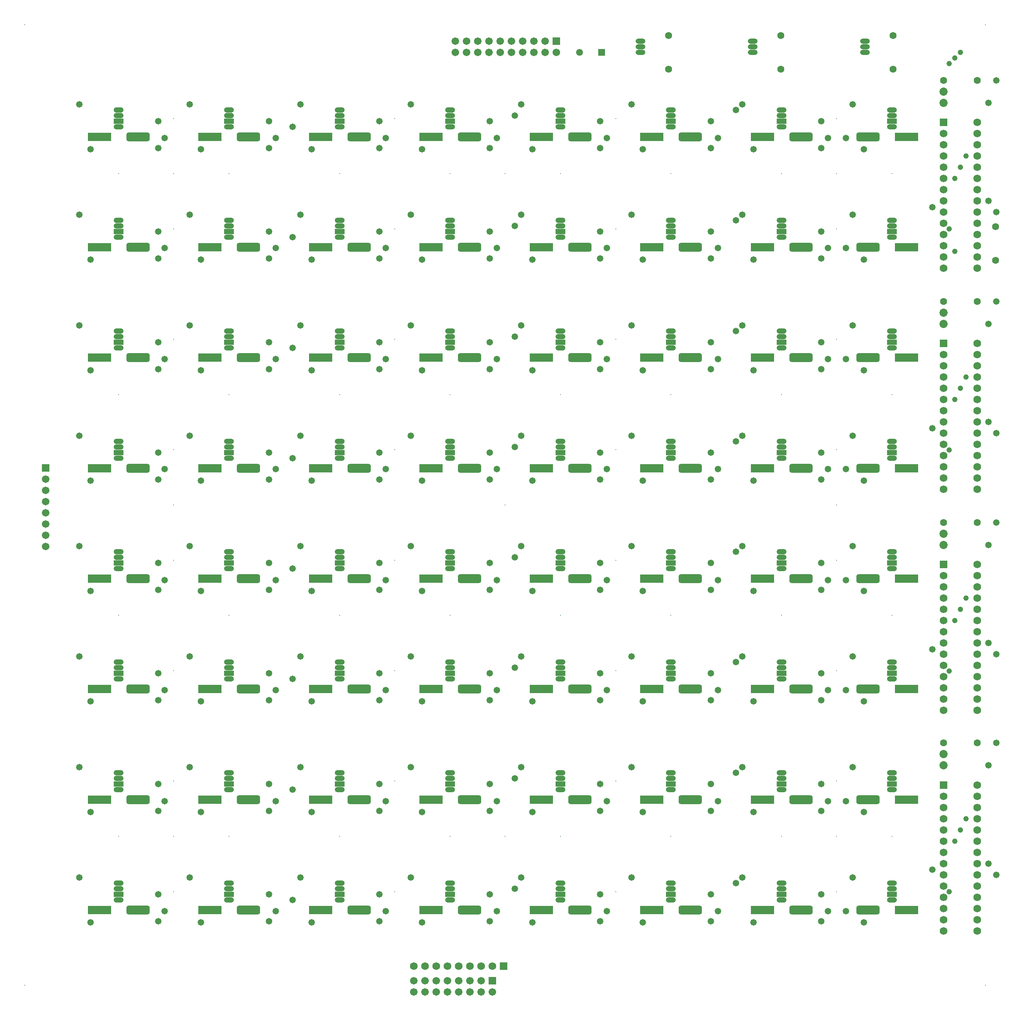
<source format=gts>
%FSAX23Y23*%
%MOIN*%
G70*
G01*
G75*
G04 Layer_Color=8388736*
G04:AMPARAMS|DCode=10|XSize=200mil|YSize=70mil|CornerRadius=18mil|HoleSize=0mil|Usage=FLASHONLY|Rotation=180.000|XOffset=0mil|YOffset=0mil|HoleType=Round|Shape=RoundedRectangle|*
%AMROUNDEDRECTD10*
21,1,0.200,0.035,0,0,180.0*
21,1,0.165,0.070,0,0,180.0*
1,1,0.035,-0.083,0.018*
1,1,0.035,0.083,0.018*
1,1,0.035,0.083,-0.018*
1,1,0.035,-0.083,-0.018*
%
%ADD10ROUNDEDRECTD10*%
%ADD11R,0.200X0.070*%
%ADD12C,0.030*%
%ADD13C,0.050*%
%ADD14C,0.020*%
%ADD15C,0.059*%
%ADD16R,0.059X0.059*%
%ADD17C,0.053*%
%ADD18R,0.053X0.053*%
%ADD19C,0.050*%
%ADD20O,0.080X0.040*%
%ADD21R,0.080X0.040*%
%ADD22C,0.055*%
%ADD23O,0.079X0.039*%
%ADD24O,0.079X0.039*%
%ADD25C,0.060*%
%ADD26R,0.060X0.060*%
%ADD27R,0.059X0.059*%
%ADD28R,0.060X0.060*%
%ADD29C,0.065*%
%ADD30C,0.040*%
%ADD31R,0.010X0.010*%
%ADD32C,0.008*%
%ADD33C,0.010*%
%ADD34C,0.020*%
%ADD35C,0.012*%
%ADD36C,0.008*%
%ADD37C,0.006*%
G04:AMPARAMS|DCode=38|XSize=208mil|YSize=78mil|CornerRadius=20mil|HoleSize=0mil|Usage=FLASHONLY|Rotation=180.000|XOffset=0mil|YOffset=0mil|HoleType=Round|Shape=RoundedRectangle|*
%AMROUNDEDRECTD38*
21,1,0.208,0.039,0,0,180.0*
21,1,0.169,0.078,0,0,180.0*
1,1,0.039,-0.085,0.020*
1,1,0.039,0.085,0.020*
1,1,0.039,0.085,-0.020*
1,1,0.039,-0.085,-0.020*
%
%ADD38ROUNDEDRECTD38*%
%ADD39R,0.208X0.078*%
%ADD40C,0.067*%
%ADD41R,0.067X0.067*%
%ADD42C,0.061*%
%ADD43R,0.061X0.061*%
%ADD44C,0.008*%
%ADD45C,0.058*%
%ADD46O,0.088X0.048*%
%ADD47R,0.088X0.048*%
%ADD48C,0.063*%
%ADD49O,0.087X0.047*%
%ADD50O,0.087X0.047*%
%ADD51C,0.068*%
%ADD52R,0.068X0.068*%
%ADD53R,0.067X0.067*%
%ADD54R,0.068X0.068*%
%ADD55C,0.073*%
%ADD56C,0.048*%
D38*
X09476Y03561D02*
D03*
Y10451D02*
D03*
X08880Y10451D02*
D03*
X07895D02*
D03*
X06911D02*
D03*
X05927D02*
D03*
X04943D02*
D03*
X03958D02*
D03*
X02974D02*
D03*
X09476Y09467D02*
D03*
X08880Y09467D02*
D03*
X07895D02*
D03*
X06911D02*
D03*
X05927D02*
D03*
X04943D02*
D03*
X03958D02*
D03*
X02974D02*
D03*
X09476Y08482D02*
D03*
X08880Y08482D02*
D03*
X07895D02*
D03*
X06911D02*
D03*
X05927D02*
D03*
X04943D02*
D03*
X03958D02*
D03*
X02974D02*
D03*
X09476Y07498D02*
D03*
X08880Y07498D02*
D03*
X07895D02*
D03*
X06911D02*
D03*
X05927D02*
D03*
X04943D02*
D03*
X03958D02*
D03*
X02974D02*
D03*
X09476Y06514D02*
D03*
X08880Y06514D02*
D03*
X07895D02*
D03*
X06911D02*
D03*
X05927D02*
D03*
X04943D02*
D03*
X03958D02*
D03*
X02974D02*
D03*
X09476Y05530D02*
D03*
X08880Y05530D02*
D03*
X07895D02*
D03*
X06911D02*
D03*
X05927D02*
D03*
X04943D02*
D03*
X03958D02*
D03*
X02974D02*
D03*
X09476Y04545D02*
D03*
X08880D02*
D03*
X07895D02*
D03*
X06911D02*
D03*
X05927D02*
D03*
X04943D02*
D03*
X03958D02*
D03*
X02974D02*
D03*
X08880Y03561D02*
D03*
X07895D02*
D03*
X06911D02*
D03*
X05927D02*
D03*
X04943D02*
D03*
X03958D02*
D03*
X02974D02*
D03*
D39*
X09819D02*
D03*
Y10451D02*
D03*
X08537Y10451D02*
D03*
X07552D02*
D03*
X06568D02*
D03*
X05584D02*
D03*
X04600D02*
D03*
X03615D02*
D03*
X02631D02*
D03*
X09819Y09467D02*
D03*
X08537Y09467D02*
D03*
X07552D02*
D03*
X06568D02*
D03*
X05584D02*
D03*
X04600D02*
D03*
X03615D02*
D03*
X02631D02*
D03*
X09819Y08482D02*
D03*
X08537Y08482D02*
D03*
X07552D02*
D03*
X06568D02*
D03*
X05584D02*
D03*
X04600D02*
D03*
X03615D02*
D03*
X02631D02*
D03*
X09819Y07498D02*
D03*
X08537Y07498D02*
D03*
X07552D02*
D03*
X06568D02*
D03*
X05584D02*
D03*
X04600D02*
D03*
X03615D02*
D03*
X02631D02*
D03*
X09819Y06514D02*
D03*
X08537Y06514D02*
D03*
X07552D02*
D03*
X06568D02*
D03*
X05584D02*
D03*
X04600D02*
D03*
X03615D02*
D03*
X02631D02*
D03*
X09819Y05530D02*
D03*
X08537Y05530D02*
D03*
X07552D02*
D03*
X06568D02*
D03*
X05584D02*
D03*
X04600D02*
D03*
X03615D02*
D03*
X02631D02*
D03*
X09819Y04545D02*
D03*
X08537D02*
D03*
X07552D02*
D03*
X06568D02*
D03*
X05584D02*
D03*
X04600D02*
D03*
X03615D02*
D03*
X02631D02*
D03*
X08537Y03561D02*
D03*
X07552D02*
D03*
X06568D02*
D03*
X05584D02*
D03*
X04600D02*
D03*
X03615D02*
D03*
X02631D02*
D03*
D40*
X05430Y02830D02*
D03*
X05530D02*
D03*
X05630D02*
D03*
X05730D02*
D03*
X05830D02*
D03*
X05930D02*
D03*
X06030D02*
D03*
X06130D02*
D03*
X05430Y02930D02*
D03*
X05530D02*
D03*
X05630D02*
D03*
X05730D02*
D03*
X05830D02*
D03*
X05930D02*
D03*
X06030D02*
D03*
X05800Y11205D02*
D03*
X05900D02*
D03*
X06000D02*
D03*
X06100D02*
D03*
X06200D02*
D03*
X06300D02*
D03*
X06400D02*
D03*
X06500D02*
D03*
X06600D02*
D03*
X06700D02*
D03*
X05800Y11305D02*
D03*
X05900D02*
D03*
X06000D02*
D03*
X06100D02*
D03*
X06200D02*
D03*
X06300D02*
D03*
X06400D02*
D03*
X06500D02*
D03*
X06600D02*
D03*
X02150Y07400D02*
D03*
Y07300D02*
D03*
Y07200D02*
D03*
Y07100D02*
D03*
Y07000D02*
D03*
Y06900D02*
D03*
Y06800D02*
D03*
D41*
X06130Y02930D02*
D03*
X06700Y11305D02*
D03*
D42*
X06907Y11205D02*
D03*
D43*
X07103Y11205D02*
D03*
D44*
X01965Y11450D02*
D03*
X10525D02*
D03*
Y02890D02*
D03*
X01965D02*
D03*
X03292Y10123D02*
D03*
X06245D02*
D03*
X09198D02*
D03*
X03292Y07170D02*
D03*
X06245D02*
D03*
X09198D02*
D03*
X06245Y04217D02*
D03*
X09198D02*
D03*
X03292D02*
D03*
X02800D02*
D03*
X08706Y10123D02*
D03*
X06737D02*
D03*
X02800Y10123D02*
D03*
X03784D02*
D03*
X04769D02*
D03*
X05753D02*
D03*
X07721D02*
D03*
X09690D02*
D03*
X08706Y08154D02*
D03*
X06737D02*
D03*
X02800Y08154D02*
D03*
X03784D02*
D03*
X04769D02*
D03*
X05753D02*
D03*
X07721D02*
D03*
X09690D02*
D03*
X08706Y06186D02*
D03*
X06737D02*
D03*
X02800Y06186D02*
D03*
X03784D02*
D03*
X04769D02*
D03*
X05753D02*
D03*
X07721D02*
D03*
X09690D02*
D03*
X08706Y04217D02*
D03*
X06737D02*
D03*
X04769D02*
D03*
X03784Y04217D02*
D03*
X05753D02*
D03*
X07721D02*
D03*
X09690D02*
D03*
X03292Y10615D02*
D03*
X05261D02*
D03*
X07229D02*
D03*
X09198D02*
D03*
X03292Y09631D02*
D03*
X05261D02*
D03*
X07229D02*
D03*
X09198D02*
D03*
X03292Y08646D02*
D03*
X05261D02*
D03*
X07229D02*
D03*
X09198D02*
D03*
X03292Y07662D02*
D03*
X05261D02*
D03*
X07229D02*
D03*
X09198D02*
D03*
X03292Y06678D02*
D03*
X05261D02*
D03*
X07229D02*
D03*
X09198D02*
D03*
X03292Y05694D02*
D03*
X05261D02*
D03*
X07229D02*
D03*
X09198D02*
D03*
X03292Y04709D02*
D03*
X05261D02*
D03*
X07229D02*
D03*
X09198D02*
D03*
X05261Y03725D02*
D03*
X07229D02*
D03*
X09198D02*
D03*
X03292D02*
D03*
D45*
X09440Y10340D02*
D03*
X08456D02*
D03*
X07471D02*
D03*
X06487D02*
D03*
X05503D02*
D03*
X04519D02*
D03*
X03534D02*
D03*
X02550D02*
D03*
X09440Y09356D02*
D03*
X08456D02*
D03*
X07471D02*
D03*
X06487D02*
D03*
X05503D02*
D03*
X04519D02*
D03*
X03534D02*
D03*
X02550D02*
D03*
X09440Y08371D02*
D03*
X08456D02*
D03*
X07471D02*
D03*
X06487D02*
D03*
X05503D02*
D03*
X04519D02*
D03*
X03534D02*
D03*
X02550D02*
D03*
X09440Y07387D02*
D03*
X08456D02*
D03*
X07471D02*
D03*
X06487D02*
D03*
X05503D02*
D03*
X04519D02*
D03*
X03534D02*
D03*
X02550D02*
D03*
X09440Y06403D02*
D03*
X08456D02*
D03*
X07471D02*
D03*
X06487D02*
D03*
X05503D02*
D03*
X04519D02*
D03*
X03534D02*
D03*
X02550D02*
D03*
X09440Y05419D02*
D03*
X08456D02*
D03*
X07471D02*
D03*
X06487D02*
D03*
X05503D02*
D03*
X04519D02*
D03*
X03534D02*
D03*
X02550D02*
D03*
X09440Y04434D02*
D03*
X08456D02*
D03*
X07471D02*
D03*
X06487D02*
D03*
X05503D02*
D03*
X04519D02*
D03*
X03534D02*
D03*
X02550D02*
D03*
X09440Y03450D02*
D03*
X08456D02*
D03*
X07471D02*
D03*
X06487D02*
D03*
X05503D02*
D03*
X04519D02*
D03*
X03534D02*
D03*
X02550D02*
D03*
X05123Y03700D02*
D03*
X09060Y03460D02*
D03*
Y03700D02*
D03*
X08076Y03460D02*
D03*
Y03700D02*
D03*
X07091Y03460D02*
D03*
Y03700D02*
D03*
X06107Y03460D02*
D03*
X05123D02*
D03*
X04139D02*
D03*
Y03700D02*
D03*
X03154Y03460D02*
D03*
Y03700D02*
D03*
Y04444D02*
D03*
Y04684D02*
D03*
X04139Y04444D02*
D03*
Y04684D02*
D03*
X05123Y04444D02*
D03*
Y04684D02*
D03*
X06107Y04444D02*
D03*
Y04684D02*
D03*
X07091D02*
D03*
Y04444D02*
D03*
X08076Y04684D02*
D03*
Y04444D02*
D03*
X09060Y04684D02*
D03*
Y04444D02*
D03*
Y05669D02*
D03*
Y05429D02*
D03*
X08076Y05669D02*
D03*
Y05429D02*
D03*
X07091Y05669D02*
D03*
Y05429D02*
D03*
X06107Y05669D02*
D03*
Y05429D02*
D03*
X05123Y05669D02*
D03*
Y05429D02*
D03*
X04139Y05669D02*
D03*
Y05429D02*
D03*
X03154Y05669D02*
D03*
Y05429D02*
D03*
Y06653D02*
D03*
Y06413D02*
D03*
X04139Y06653D02*
D03*
Y06413D02*
D03*
X05123Y06653D02*
D03*
Y06413D02*
D03*
X06107Y06653D02*
D03*
Y06413D02*
D03*
X07091Y06653D02*
D03*
Y06413D02*
D03*
X08076Y06653D02*
D03*
Y06413D02*
D03*
X09060Y06653D02*
D03*
Y06413D02*
D03*
Y07637D02*
D03*
Y07397D02*
D03*
X08076Y07637D02*
D03*
Y07397D02*
D03*
X07091Y07637D02*
D03*
Y07397D02*
D03*
X06107Y07637D02*
D03*
Y07397D02*
D03*
X05123Y07637D02*
D03*
Y07397D02*
D03*
X04139Y07637D02*
D03*
Y07397D02*
D03*
X03154Y07637D02*
D03*
Y07397D02*
D03*
Y08621D02*
D03*
Y08381D02*
D03*
X04139Y08621D02*
D03*
Y08381D02*
D03*
X05123Y08621D02*
D03*
Y08381D02*
D03*
X06107Y08621D02*
D03*
Y08381D02*
D03*
X07091Y08621D02*
D03*
Y08381D02*
D03*
X08076Y08621D02*
D03*
Y08381D02*
D03*
X09060Y08621D02*
D03*
Y08381D02*
D03*
Y09606D02*
D03*
Y09366D02*
D03*
X08076Y09606D02*
D03*
Y09366D02*
D03*
X07091Y09606D02*
D03*
Y09366D02*
D03*
X06107Y09606D02*
D03*
Y09366D02*
D03*
X05123Y09606D02*
D03*
Y09366D02*
D03*
X04139Y09606D02*
D03*
Y09366D02*
D03*
X03154Y09606D02*
D03*
Y09366D02*
D03*
Y10590D02*
D03*
Y10350D02*
D03*
X04139Y10590D02*
D03*
Y10350D02*
D03*
X05123Y10590D02*
D03*
Y10350D02*
D03*
X06107Y10590D02*
D03*
Y10350D02*
D03*
X07091Y10590D02*
D03*
Y10350D02*
D03*
X08076Y10590D02*
D03*
Y10350D02*
D03*
X09060D02*
D03*
Y10590D02*
D03*
X09340Y10740D02*
D03*
X08356D02*
D03*
X07371D02*
D03*
X06387D02*
D03*
X05403D02*
D03*
X04419D02*
D03*
X03434D02*
D03*
X02450D02*
D03*
X09340Y09756D02*
D03*
X08356D02*
D03*
X07371D02*
D03*
X06387D02*
D03*
X05403D02*
D03*
X04419D02*
D03*
X03434D02*
D03*
X02450D02*
D03*
X09340Y08771D02*
D03*
X08356D02*
D03*
X07371D02*
D03*
X06387D02*
D03*
X05403D02*
D03*
X04419D02*
D03*
X03434D02*
D03*
X02450D02*
D03*
X09340Y07787D02*
D03*
X08356D02*
D03*
X07371D02*
D03*
X06387D02*
D03*
X05403D02*
D03*
X04419D02*
D03*
X03434D02*
D03*
X02450D02*
D03*
X09340Y06803D02*
D03*
X08356D02*
D03*
X07371D02*
D03*
X06387D02*
D03*
X05403D02*
D03*
X04419D02*
D03*
X03434D02*
D03*
X02450D02*
D03*
X09340Y05819D02*
D03*
X08356D02*
D03*
X07371D02*
D03*
X06387D02*
D03*
X05403D02*
D03*
X04419D02*
D03*
X03434D02*
D03*
X02450D02*
D03*
X09340Y04834D02*
D03*
X08356D02*
D03*
X07371D02*
D03*
X06387D02*
D03*
X05403D02*
D03*
X04419D02*
D03*
X03434D02*
D03*
X02450D02*
D03*
X09340Y03850D02*
D03*
X08356D02*
D03*
X07371D02*
D03*
X06387D02*
D03*
X05403D02*
D03*
X04419D02*
D03*
X03434D02*
D03*
X02450D02*
D03*
X03210Y03550D02*
D03*
Y10440D02*
D03*
Y09460D02*
D03*
Y08470D02*
D03*
Y07490D02*
D03*
Y06500D02*
D03*
Y05520D02*
D03*
Y04530D02*
D03*
X04200D02*
D03*
Y05520D02*
D03*
Y06500D02*
D03*
Y07490D02*
D03*
Y08470D02*
D03*
Y09460D02*
D03*
Y10440D02*
D03*
X05180Y04530D02*
D03*
Y06500D02*
D03*
Y07490D02*
D03*
Y08470D02*
D03*
Y09460D02*
D03*
Y10440D02*
D03*
X06170Y04530D02*
D03*
Y05520D02*
D03*
Y06500D02*
D03*
Y07490D02*
D03*
Y08470D02*
D03*
Y09460D02*
D03*
Y10440D02*
D03*
Y03550D02*
D03*
X08140Y04530D02*
D03*
Y05520D02*
D03*
Y06500D02*
D03*
Y07490D02*
D03*
Y08470D02*
D03*
Y09460D02*
D03*
Y10440D02*
D03*
Y03550D02*
D03*
X09120Y04530D02*
D03*
Y05520D02*
D03*
Y06500D02*
D03*
Y07490D02*
D03*
Y08470D02*
D03*
Y09460D02*
D03*
Y10440D02*
D03*
Y03550D02*
D03*
X05180Y05520D02*
D03*
Y03550D02*
D03*
X04200D02*
D03*
X07150D02*
D03*
Y04530D02*
D03*
Y07490D02*
D03*
Y10440D02*
D03*
Y05520D02*
D03*
Y06500D02*
D03*
Y08470D02*
D03*
Y09460D02*
D03*
X09280Y10440D02*
D03*
Y09460D02*
D03*
Y08470D02*
D03*
Y07490D02*
D03*
Y06500D02*
D03*
Y05520D02*
D03*
Y04530D02*
D03*
Y03550D02*
D03*
X04350Y03650D02*
D03*
Y04634D02*
D03*
Y05619D02*
D03*
Y06603D02*
D03*
Y07587D02*
D03*
Y08571D02*
D03*
Y09556D02*
D03*
Y10540D02*
D03*
X06331Y10640D02*
D03*
Y09656D02*
D03*
Y08671D02*
D03*
Y07687D02*
D03*
Y06703D02*
D03*
Y05719D02*
D03*
Y04734D02*
D03*
Y03750D02*
D03*
X08300Y10690D02*
D03*
Y09706D02*
D03*
Y08721D02*
D03*
Y07737D02*
D03*
Y06753D02*
D03*
Y05769D02*
D03*
Y04784D02*
D03*
Y03800D02*
D03*
X10550Y09880D02*
D03*
Y10755D02*
D03*
Y08785D02*
D03*
Y07910D02*
D03*
Y06814D02*
D03*
Y04850D02*
D03*
Y03975D02*
D03*
X10620Y10955D02*
D03*
Y09780D02*
D03*
Y07810D02*
D03*
Y08985D02*
D03*
Y05840D02*
D03*
Y07015D02*
D03*
X10550Y05940D02*
D03*
X10620Y03875D02*
D03*
Y05050D02*
D03*
X10050Y09825D02*
D03*
Y07855D02*
D03*
Y03920D02*
D03*
Y05885D02*
D03*
X06107Y03700D02*
D03*
D46*
X09690Y10540D02*
D03*
Y10640D02*
D03*
Y10690D02*
D03*
X08706D02*
D03*
Y10640D02*
D03*
Y10540D02*
D03*
X07721D02*
D03*
Y10640D02*
D03*
Y10690D02*
D03*
X06737D02*
D03*
Y10640D02*
D03*
Y10540D02*
D03*
X05753D02*
D03*
Y10640D02*
D03*
Y10690D02*
D03*
X04769D02*
D03*
Y10640D02*
D03*
Y10540D02*
D03*
X03784D02*
D03*
Y10640D02*
D03*
Y10690D02*
D03*
X02800D02*
D03*
Y10640D02*
D03*
Y10540D02*
D03*
X09690Y09556D02*
D03*
Y09656D02*
D03*
Y09706D02*
D03*
X08706D02*
D03*
Y09656D02*
D03*
Y09556D02*
D03*
X07721D02*
D03*
Y09656D02*
D03*
Y09706D02*
D03*
X06737D02*
D03*
Y09656D02*
D03*
Y09556D02*
D03*
X05753D02*
D03*
Y09656D02*
D03*
Y09706D02*
D03*
X04769D02*
D03*
Y09656D02*
D03*
Y09556D02*
D03*
X03784D02*
D03*
Y09656D02*
D03*
Y09706D02*
D03*
X02800D02*
D03*
Y09656D02*
D03*
Y09556D02*
D03*
X09690Y08571D02*
D03*
Y08671D02*
D03*
Y08721D02*
D03*
X08706D02*
D03*
Y08671D02*
D03*
Y08571D02*
D03*
X07721D02*
D03*
Y08671D02*
D03*
Y08721D02*
D03*
X06737D02*
D03*
Y08671D02*
D03*
Y08571D02*
D03*
X05753D02*
D03*
Y08671D02*
D03*
Y08721D02*
D03*
X04769D02*
D03*
Y08671D02*
D03*
Y08571D02*
D03*
X03784D02*
D03*
Y08671D02*
D03*
Y08721D02*
D03*
X02800D02*
D03*
Y08671D02*
D03*
Y08571D02*
D03*
X09690Y07587D02*
D03*
Y07687D02*
D03*
Y07737D02*
D03*
X08706D02*
D03*
Y07687D02*
D03*
Y07587D02*
D03*
X07721D02*
D03*
Y07687D02*
D03*
Y07737D02*
D03*
X06737D02*
D03*
Y07687D02*
D03*
Y07587D02*
D03*
X05753D02*
D03*
Y07687D02*
D03*
Y07737D02*
D03*
X04769D02*
D03*
Y07687D02*
D03*
Y07587D02*
D03*
X03784D02*
D03*
Y07687D02*
D03*
Y07737D02*
D03*
X02800D02*
D03*
Y07687D02*
D03*
Y07587D02*
D03*
X09690Y06603D02*
D03*
Y06703D02*
D03*
Y06753D02*
D03*
X08706D02*
D03*
Y06703D02*
D03*
Y06603D02*
D03*
X07721D02*
D03*
Y06703D02*
D03*
Y06753D02*
D03*
X06737D02*
D03*
Y06703D02*
D03*
Y06603D02*
D03*
X05753D02*
D03*
Y06703D02*
D03*
Y06753D02*
D03*
X04769D02*
D03*
Y06703D02*
D03*
Y06603D02*
D03*
X03784D02*
D03*
Y06703D02*
D03*
Y06753D02*
D03*
X02800D02*
D03*
Y06703D02*
D03*
Y06603D02*
D03*
X09690Y05619D02*
D03*
Y05719D02*
D03*
Y05769D02*
D03*
X08706D02*
D03*
Y05719D02*
D03*
Y05619D02*
D03*
X07721D02*
D03*
Y05719D02*
D03*
Y05769D02*
D03*
X06737D02*
D03*
Y05719D02*
D03*
Y05619D02*
D03*
X05753D02*
D03*
Y05719D02*
D03*
Y05769D02*
D03*
X04769D02*
D03*
Y05719D02*
D03*
Y05619D02*
D03*
X03784D02*
D03*
Y05719D02*
D03*
Y05769D02*
D03*
X02800D02*
D03*
Y05719D02*
D03*
Y05619D02*
D03*
X09690Y04634D02*
D03*
Y04734D02*
D03*
Y04784D02*
D03*
X08706D02*
D03*
Y04734D02*
D03*
Y04634D02*
D03*
X07721D02*
D03*
Y04734D02*
D03*
Y04784D02*
D03*
X06737D02*
D03*
Y04734D02*
D03*
Y04634D02*
D03*
X05753D02*
D03*
Y04734D02*
D03*
Y04784D02*
D03*
X04769D02*
D03*
Y04734D02*
D03*
Y04634D02*
D03*
X03784D02*
D03*
Y04734D02*
D03*
Y04784D02*
D03*
X02800D02*
D03*
Y04734D02*
D03*
Y04634D02*
D03*
X09690Y03650D02*
D03*
Y03750D02*
D03*
Y03800D02*
D03*
X08706D02*
D03*
Y03750D02*
D03*
Y03650D02*
D03*
X07721D02*
D03*
Y03750D02*
D03*
Y03800D02*
D03*
X06737D02*
D03*
Y03750D02*
D03*
Y03650D02*
D03*
X05753D02*
D03*
Y03750D02*
D03*
Y03800D02*
D03*
X04769D02*
D03*
Y03750D02*
D03*
Y03650D02*
D03*
X03784D02*
D03*
Y03750D02*
D03*
Y03800D02*
D03*
X02800D02*
D03*
Y03750D02*
D03*
Y03650D02*
D03*
D47*
X09690Y10590D02*
D03*
X08706D02*
D03*
X07721D02*
D03*
X06737D02*
D03*
X05753D02*
D03*
X04769D02*
D03*
X03784D02*
D03*
X02800D02*
D03*
X09690Y09606D02*
D03*
X08706D02*
D03*
X07721D02*
D03*
X06737D02*
D03*
X05753D02*
D03*
X04769D02*
D03*
X03784D02*
D03*
X02800D02*
D03*
X09690Y08621D02*
D03*
X08706D02*
D03*
X07721D02*
D03*
X06737D02*
D03*
X05753D02*
D03*
X04769D02*
D03*
X03784D02*
D03*
X02800D02*
D03*
X09690Y07637D02*
D03*
X08706D02*
D03*
X07721D02*
D03*
X06737D02*
D03*
X05753D02*
D03*
X04769D02*
D03*
X03784D02*
D03*
X02800D02*
D03*
X09690Y06653D02*
D03*
X08706D02*
D03*
X07721D02*
D03*
X06737D02*
D03*
X05753D02*
D03*
X04769D02*
D03*
X03784D02*
D03*
X02800D02*
D03*
X09690Y05669D02*
D03*
X08706D02*
D03*
X07721D02*
D03*
X06737D02*
D03*
X05753D02*
D03*
X04769D02*
D03*
X03784D02*
D03*
X02800D02*
D03*
X09690Y04684D02*
D03*
X08706D02*
D03*
X07721D02*
D03*
X06737D02*
D03*
X05753D02*
D03*
X04769D02*
D03*
X03784D02*
D03*
X02800D02*
D03*
X09690Y03700D02*
D03*
X08706D02*
D03*
X07721D02*
D03*
X06737D02*
D03*
X05753D02*
D03*
X04769D02*
D03*
X03784D02*
D03*
X02800D02*
D03*
D48*
X07700Y11055D02*
D03*
Y11355D02*
D03*
X08700Y11055D02*
D03*
Y11355D02*
D03*
X09700Y11055D02*
D03*
Y11355D02*
D03*
X10150Y05050D02*
D03*
X10450D02*
D03*
X10150Y07015D02*
D03*
X10450D02*
D03*
X10150Y08985D02*
D03*
X10450D02*
D03*
X10150Y10955D02*
D03*
X10450D02*
D03*
X10615Y09350D02*
D03*
Y09650D02*
D03*
D49*
X07450Y11205D02*
D03*
Y11305D02*
D03*
X08450Y11205D02*
D03*
Y11305D02*
D03*
X09450Y11205D02*
D03*
Y11305D02*
D03*
D50*
X07450Y11255D02*
D03*
X08450D02*
D03*
X09450D02*
D03*
D51*
X10450Y03375D02*
D03*
Y03475D02*
D03*
Y03575D02*
D03*
Y03675D02*
D03*
Y03775D02*
D03*
Y03875D02*
D03*
Y03975D02*
D03*
Y04075D02*
D03*
Y04175D02*
D03*
Y04275D02*
D03*
Y04375D02*
D03*
Y04475D02*
D03*
Y04575D02*
D03*
Y04675D02*
D03*
X10150Y03375D02*
D03*
Y03475D02*
D03*
Y03575D02*
D03*
Y03675D02*
D03*
Y03775D02*
D03*
Y03875D02*
D03*
Y03975D02*
D03*
Y04075D02*
D03*
Y04175D02*
D03*
Y04275D02*
D03*
Y04375D02*
D03*
Y04475D02*
D03*
Y04575D02*
D03*
X10450Y05340D02*
D03*
Y05440D02*
D03*
Y05540D02*
D03*
Y05640D02*
D03*
Y05740D02*
D03*
Y05840D02*
D03*
Y05940D02*
D03*
Y06040D02*
D03*
Y06140D02*
D03*
Y06240D02*
D03*
Y06340D02*
D03*
Y06440D02*
D03*
Y06540D02*
D03*
Y06640D02*
D03*
X10150Y05340D02*
D03*
Y05440D02*
D03*
Y05540D02*
D03*
Y05640D02*
D03*
Y05740D02*
D03*
Y05840D02*
D03*
Y05940D02*
D03*
Y06040D02*
D03*
Y06140D02*
D03*
Y06240D02*
D03*
Y06340D02*
D03*
Y06440D02*
D03*
Y06540D02*
D03*
X10450Y07310D02*
D03*
Y07410D02*
D03*
Y07510D02*
D03*
Y07610D02*
D03*
Y07710D02*
D03*
Y07810D02*
D03*
Y07910D02*
D03*
Y08010D02*
D03*
Y08110D02*
D03*
Y08210D02*
D03*
Y08310D02*
D03*
Y08410D02*
D03*
Y08510D02*
D03*
Y08610D02*
D03*
X10150Y07310D02*
D03*
Y07410D02*
D03*
Y07510D02*
D03*
Y07610D02*
D03*
Y07710D02*
D03*
Y07810D02*
D03*
Y07910D02*
D03*
Y08010D02*
D03*
Y08110D02*
D03*
Y08210D02*
D03*
Y08310D02*
D03*
Y08410D02*
D03*
Y08510D02*
D03*
X10450Y09280D02*
D03*
Y09380D02*
D03*
Y09480D02*
D03*
Y09580D02*
D03*
Y09680D02*
D03*
Y09780D02*
D03*
Y09880D02*
D03*
Y09980D02*
D03*
Y10080D02*
D03*
Y10180D02*
D03*
Y10280D02*
D03*
Y10380D02*
D03*
Y10480D02*
D03*
Y10580D02*
D03*
X10150Y09280D02*
D03*
Y09380D02*
D03*
Y09480D02*
D03*
Y09580D02*
D03*
Y09680D02*
D03*
Y09780D02*
D03*
Y09880D02*
D03*
Y09980D02*
D03*
Y10080D02*
D03*
Y10180D02*
D03*
Y10280D02*
D03*
Y10380D02*
D03*
Y10480D02*
D03*
X06130Y03060D02*
D03*
X06030D02*
D03*
X05930D02*
D03*
X05830D02*
D03*
X05730D02*
D03*
X05630D02*
D03*
X05530D02*
D03*
X05430D02*
D03*
D52*
X10150Y04675D02*
D03*
Y06640D02*
D03*
Y08610D02*
D03*
Y10580D02*
D03*
D53*
X02150Y07500D02*
D03*
D54*
X06230Y03060D02*
D03*
D55*
X10150Y10855D02*
D03*
Y10755D02*
D03*
Y08885D02*
D03*
Y08785D02*
D03*
Y06915D02*
D03*
Y06815D02*
D03*
Y04950D02*
D03*
Y04850D02*
D03*
D56*
X10300Y11205D02*
D03*
X10250Y11155D02*
D03*
X10200Y11105D02*
D03*
X10250Y10080D02*
D03*
X10300Y10180D02*
D03*
X10202Y09630D02*
D03*
X10350Y10280D02*
D03*
X10250Y08110D02*
D03*
X10300Y08210D02*
D03*
X10202Y07660D02*
D03*
X10350Y08310D02*
D03*
X10250Y06140D02*
D03*
X10300Y06240D02*
D03*
X10202Y05690D02*
D03*
X10350Y06340D02*
D03*
X10250Y04175D02*
D03*
X10300Y04275D02*
D03*
X10202Y03725D02*
D03*
X10350Y04375D02*
D03*
X10250Y09430D02*
D03*
M02*

</source>
